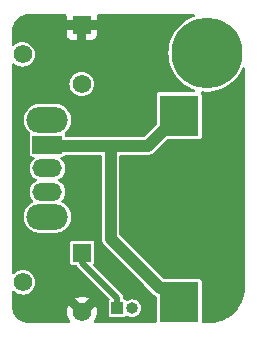
<source format=gbl>
G04 #@! TF.GenerationSoftware,KiCad,Pcbnew,8.0.1*
G04 #@! TF.CreationDate,2024-07-26T02:50:49+08:00*
G04 #@! TF.ProjectId,555Sandbox,35353553-616e-4646-926f-782e6b696361,1.0.0*
G04 #@! TF.SameCoordinates,Original*
G04 #@! TF.FileFunction,Copper,L2,Bot*
G04 #@! TF.FilePolarity,Positive*
%FSLAX46Y46*%
G04 Gerber Fmt 4.6, Leading zero omitted, Abs format (unit mm)*
G04 Created by KiCad (PCBNEW 8.0.1) date 2024-07-26 02:50:49*
%MOMM*%
%LPD*%
G01*
G04 APERTURE LIST*
G04 #@! TA.AperFunction,ComponentPad*
%ADD10O,1.000000X1.000000*%
G04 #@! TD*
G04 #@! TA.AperFunction,ComponentPad*
%ADD11R,1.000000X1.000000*%
G04 #@! TD*
G04 #@! TA.AperFunction,ComponentPad*
%ADD12O,3.500000X2.200000*%
G04 #@! TD*
G04 #@! TA.AperFunction,ComponentPad*
%ADD13R,2.500000X1.500000*%
G04 #@! TD*
G04 #@! TA.AperFunction,ComponentPad*
%ADD14O,2.500000X1.500000*%
G04 #@! TD*
G04 #@! TA.AperFunction,ComponentPad*
%ADD15R,1.560000X1.560000*%
G04 #@! TD*
G04 #@! TA.AperFunction,ComponentPad*
%ADD16C,1.560000*%
G04 #@! TD*
G04 #@! TA.AperFunction,ComponentPad*
%ADD17C,6.000000*%
G04 #@! TD*
G04 #@! TA.AperFunction,SMDPad,CuDef*
%ADD18R,3.300000X3.500000*%
G04 #@! TD*
G04 #@! TA.AperFunction,SMDPad,CuDef*
%ADD19C,10.200000*%
G04 #@! TD*
G04 #@! TA.AperFunction,ViaPad*
%ADD20C,0.600000*%
G04 #@! TD*
G04 #@! TA.AperFunction,Conductor*
%ADD21C,0.500000*%
G04 #@! TD*
G04 #@! TA.AperFunction,Conductor*
%ADD22C,1.000000*%
G04 #@! TD*
G04 APERTURE END LIST*
D10*
X86915000Y-92300000D03*
X85645000Y-92300000D03*
D11*
X84375000Y-92300000D03*
D12*
X78450000Y-76350000D03*
X78450000Y-84550000D03*
D13*
X78450000Y-78450000D03*
D14*
X78450000Y-80450000D03*
X78450000Y-82450000D03*
D15*
X81350000Y-68300000D03*
D16*
X76350000Y-70800000D03*
X81350000Y-73300000D03*
D17*
X91950000Y-70700000D03*
D15*
X81390000Y-87600000D03*
D16*
X76390000Y-90100000D03*
X81390000Y-92600000D03*
D18*
X89595000Y-76000000D03*
X89595000Y-91800000D03*
D19*
X89595000Y-83900000D03*
D20*
X84650000Y-73650000D03*
X94600000Y-90850000D03*
X87100000Y-73550000D03*
X92950000Y-77650000D03*
X86900000Y-76000000D03*
X76450000Y-68400000D03*
X91950000Y-77650000D03*
X83400000Y-88950000D03*
X77650000Y-92350000D03*
X93950000Y-77650000D03*
X92250000Y-93050000D03*
X76650000Y-92350000D03*
X89300000Y-73350000D03*
X89650000Y-78350000D03*
X85550000Y-74550000D03*
X93800000Y-92250000D03*
X83300000Y-72400000D03*
D21*
X81390000Y-87600000D02*
X81390000Y-88440000D01*
X81390000Y-88440000D02*
X84375000Y-91425000D01*
X84375000Y-91425000D02*
X84375000Y-92300000D01*
D22*
X89500000Y-76000000D02*
X86950000Y-78550000D01*
X86950000Y-78550000D02*
X78550000Y-78550000D01*
X78550000Y-78550000D02*
X78450000Y-78450000D01*
X87223235Y-89823235D02*
X83795000Y-86395000D01*
X83795000Y-86395000D02*
X83795000Y-78550000D01*
X87223235Y-89823235D02*
X87950000Y-90550000D01*
X87950000Y-90550000D02*
X89150000Y-90550000D01*
G04 #@! TA.AperFunction,Conductor*
G36*
X80013039Y-67420185D02*
G01*
X80058794Y-67472989D01*
X80070000Y-67524500D01*
X80070000Y-67900000D01*
X81042894Y-67900000D01*
X80949901Y-67992993D01*
X80884075Y-68107007D01*
X80850000Y-68234174D01*
X80850000Y-68365826D01*
X80884075Y-68492993D01*
X80949901Y-68607007D01*
X81042993Y-68700099D01*
X81157007Y-68765925D01*
X81284174Y-68800000D01*
X81415826Y-68800000D01*
X81542993Y-68765925D01*
X81657007Y-68700099D01*
X81657106Y-68700000D01*
X81750000Y-68700000D01*
X81750000Y-69580000D01*
X82177828Y-69580000D01*
X82177844Y-69579999D01*
X82237372Y-69573598D01*
X82237379Y-69573596D01*
X82372086Y-69523354D01*
X82372093Y-69523350D01*
X82487187Y-69437190D01*
X82487190Y-69437187D01*
X82573350Y-69322093D01*
X82573354Y-69322086D01*
X82623596Y-69187379D01*
X82623598Y-69187372D01*
X82629999Y-69127844D01*
X82630000Y-69127827D01*
X82630000Y-68700000D01*
X81750000Y-68700000D01*
X81657106Y-68700000D01*
X81750099Y-68607007D01*
X81815925Y-68492993D01*
X81850000Y-68365826D01*
X81850000Y-68234174D01*
X81815925Y-68107007D01*
X81750099Y-67992993D01*
X81657106Y-67900000D01*
X82630000Y-67900000D01*
X82630000Y-67524500D01*
X82649685Y-67457461D01*
X82702489Y-67411706D01*
X82754000Y-67400500D01*
X90806168Y-67400500D01*
X90873207Y-67420185D01*
X90918962Y-67472989D01*
X90928906Y-67542147D01*
X90899881Y-67605703D01*
X90845762Y-67642008D01*
X90745099Y-67675926D01*
X90745096Y-67675927D01*
X90745088Y-67675930D01*
X90425210Y-67823921D01*
X90425197Y-67823928D01*
X90123184Y-68005644D01*
X89842589Y-68218946D01*
X89842580Y-68218954D01*
X89586685Y-68461350D01*
X89358505Y-68729983D01*
X89358498Y-68729993D01*
X89160695Y-69021730D01*
X88995597Y-69333137D01*
X88995588Y-69333155D01*
X88865127Y-69660589D01*
X88865126Y-69660591D01*
X88770834Y-70000203D01*
X88770833Y-70000206D01*
X88713808Y-70348045D01*
X88694726Y-70699997D01*
X88694726Y-70700002D01*
X88713808Y-71051954D01*
X88770833Y-71399793D01*
X88770834Y-71399796D01*
X88865126Y-71739408D01*
X88865127Y-71739410D01*
X88995588Y-72066844D01*
X88995597Y-72066862D01*
X89160695Y-72378269D01*
X89358498Y-72670006D01*
X89358505Y-72670016D01*
X89586685Y-72938649D01*
X89586686Y-72938650D01*
X89842580Y-73181046D01*
X90123182Y-73394354D01*
X90425202Y-73576074D01*
X90425206Y-73576075D01*
X90425210Y-73576078D01*
X90684986Y-73696263D01*
X90745099Y-73724074D01*
X90845762Y-73757991D01*
X90903006Y-73798051D01*
X90929506Y-73862701D01*
X90916846Y-73931414D01*
X90869047Y-73982375D01*
X90806168Y-73999500D01*
X87920323Y-73999500D01*
X87847264Y-74014032D01*
X87847260Y-74014033D01*
X87764399Y-74069399D01*
X87709033Y-74152260D01*
X87709032Y-74152264D01*
X87694500Y-74225321D01*
X87694500Y-76692770D01*
X87674815Y-76759809D01*
X87658181Y-76780451D01*
X86675451Y-77763181D01*
X86614128Y-77796666D01*
X86587770Y-77799500D01*
X80074500Y-77799500D01*
X80007461Y-77779815D01*
X79961706Y-77727011D01*
X79951766Y-77681320D01*
X79951097Y-77681386D01*
X79950531Y-77675645D01*
X79950500Y-77675500D01*
X79950500Y-77675323D01*
X79950499Y-77675321D01*
X79935967Y-77602264D01*
X79935966Y-77602261D01*
X79935966Y-77602260D01*
X79935964Y-77602258D01*
X79935964Y-77602256D01*
X79916597Y-77573271D01*
X79895719Y-77506594D01*
X79914204Y-77439214D01*
X79946812Y-77404064D01*
X79979792Y-77380104D01*
X80130104Y-77229792D01*
X80130106Y-77229788D01*
X80130109Y-77229786D01*
X80255048Y-77057820D01*
X80255047Y-77057820D01*
X80255051Y-77057816D01*
X80351557Y-76868412D01*
X80417246Y-76666243D01*
X80450500Y-76456287D01*
X80450500Y-76243713D01*
X80417246Y-76033757D01*
X80351557Y-75831588D01*
X80255051Y-75642184D01*
X80255049Y-75642181D01*
X80255048Y-75642179D01*
X80130109Y-75470213D01*
X79979786Y-75319890D01*
X79807820Y-75194951D01*
X79618414Y-75098444D01*
X79618413Y-75098443D01*
X79618412Y-75098443D01*
X79416243Y-75032754D01*
X79416241Y-75032753D01*
X79416240Y-75032753D01*
X79254957Y-75007208D01*
X79206287Y-74999500D01*
X77693713Y-74999500D01*
X77645042Y-75007208D01*
X77483760Y-75032753D01*
X77281585Y-75098444D01*
X77092179Y-75194951D01*
X76920213Y-75319890D01*
X76769890Y-75470213D01*
X76644951Y-75642179D01*
X76548444Y-75831585D01*
X76482753Y-76033760D01*
X76449500Y-76243713D01*
X76449500Y-76456286D01*
X76482753Y-76666239D01*
X76548444Y-76868414D01*
X76644951Y-77057820D01*
X76769890Y-77229786D01*
X76769896Y-77229792D01*
X76920208Y-77380104D01*
X76920209Y-77380105D01*
X76920208Y-77380105D01*
X76941987Y-77395927D01*
X76953183Y-77404062D01*
X76995850Y-77459390D01*
X77001831Y-77529004D01*
X76983404Y-77573270D01*
X76964033Y-77602261D01*
X76964032Y-77602264D01*
X76949500Y-77675321D01*
X76949500Y-79224678D01*
X76964032Y-79297735D01*
X76964033Y-79297739D01*
X76979031Y-79320185D01*
X77019399Y-79380601D01*
X77085100Y-79424500D01*
X77102260Y-79435966D01*
X77102264Y-79435967D01*
X77175321Y-79450499D01*
X77175324Y-79450500D01*
X77175326Y-79450500D01*
X77236608Y-79450500D01*
X77303647Y-79470185D01*
X77349402Y-79522989D01*
X77359346Y-79592147D01*
X77330321Y-79655703D01*
X77315275Y-79670352D01*
X77312212Y-79672865D01*
X77172863Y-79812214D01*
X77172860Y-79812218D01*
X77063371Y-79976079D01*
X77063364Y-79976092D01*
X76987950Y-80158160D01*
X76987947Y-80158170D01*
X76949500Y-80351456D01*
X76949500Y-80351459D01*
X76949500Y-80548541D01*
X76949500Y-80548543D01*
X76949499Y-80548543D01*
X76987947Y-80741829D01*
X76987950Y-80741839D01*
X77063364Y-80923907D01*
X77063371Y-80923920D01*
X77172860Y-81087781D01*
X77172863Y-81087785D01*
X77312214Y-81227136D01*
X77312218Y-81227139D01*
X77476079Y-81336628D01*
X77481456Y-81339502D01*
X77480490Y-81341308D01*
X77527612Y-81379285D01*
X77549673Y-81445580D01*
X77532391Y-81513279D01*
X77481251Y-81560887D01*
X77477660Y-81562526D01*
X77476079Y-81563371D01*
X77312218Y-81672860D01*
X77312214Y-81672863D01*
X77172863Y-81812214D01*
X77172860Y-81812218D01*
X77063371Y-81976079D01*
X77063364Y-81976092D01*
X76987950Y-82158160D01*
X76987947Y-82158170D01*
X76949500Y-82351456D01*
X76949500Y-82351459D01*
X76949500Y-82548541D01*
X76949500Y-82548543D01*
X76949499Y-82548543D01*
X76987947Y-82741829D01*
X76987950Y-82741839D01*
X77063364Y-82923907D01*
X77063371Y-82923920D01*
X77172860Y-83087781D01*
X77172863Y-83087785D01*
X77228431Y-83143353D01*
X77261916Y-83204676D01*
X77256932Y-83274368D01*
X77215060Y-83330301D01*
X77197045Y-83341518D01*
X77092185Y-83394947D01*
X77092184Y-83394948D01*
X76920213Y-83519890D01*
X76769890Y-83670213D01*
X76644951Y-83842179D01*
X76548444Y-84031585D01*
X76482753Y-84233760D01*
X76449500Y-84443713D01*
X76449500Y-84656286D01*
X76482753Y-84866239D01*
X76548444Y-85068414D01*
X76644951Y-85257820D01*
X76769890Y-85429786D01*
X76920213Y-85580109D01*
X77092179Y-85705048D01*
X77092181Y-85705049D01*
X77092184Y-85705051D01*
X77281588Y-85801557D01*
X77483757Y-85867246D01*
X77693713Y-85900500D01*
X77693714Y-85900500D01*
X79206286Y-85900500D01*
X79206287Y-85900500D01*
X79416243Y-85867246D01*
X79618412Y-85801557D01*
X79807816Y-85705051D01*
X79829789Y-85689086D01*
X79979786Y-85580109D01*
X79979788Y-85580106D01*
X79979792Y-85580104D01*
X80130104Y-85429792D01*
X80130106Y-85429788D01*
X80130109Y-85429786D01*
X80255048Y-85257820D01*
X80255047Y-85257820D01*
X80255051Y-85257816D01*
X80351557Y-85068412D01*
X80417246Y-84866243D01*
X80450500Y-84656287D01*
X80450500Y-84443713D01*
X80417246Y-84233757D01*
X80351557Y-84031588D01*
X80255051Y-83842184D01*
X80255049Y-83842181D01*
X80255048Y-83842179D01*
X80130109Y-83670213D01*
X79979786Y-83519890D01*
X79807819Y-83394951D01*
X79807818Y-83394950D01*
X79807816Y-83394949D01*
X79702954Y-83341519D01*
X79652158Y-83293544D01*
X79635363Y-83225723D01*
X79657901Y-83159588D01*
X79671562Y-83143358D01*
X79727139Y-83087782D01*
X79836632Y-82923914D01*
X79912051Y-82741835D01*
X79950500Y-82548541D01*
X79950500Y-82351459D01*
X79950500Y-82351456D01*
X79912052Y-82158170D01*
X79912051Y-82158169D01*
X79912051Y-82158165D01*
X79912049Y-82158160D01*
X79836635Y-81976092D01*
X79836628Y-81976079D01*
X79727139Y-81812218D01*
X79727136Y-81812214D01*
X79587785Y-81672863D01*
X79587781Y-81672860D01*
X79423920Y-81563371D01*
X79418544Y-81560498D01*
X79419510Y-81558689D01*
X79372397Y-81520728D01*
X79350326Y-81454436D01*
X79367600Y-81386735D01*
X79418734Y-81339121D01*
X79422331Y-81337477D01*
X79423907Y-81336634D01*
X79423914Y-81336632D01*
X79587782Y-81227139D01*
X79727139Y-81087782D01*
X79836632Y-80923914D01*
X79912051Y-80741835D01*
X79950500Y-80548541D01*
X79950500Y-80351459D01*
X79950500Y-80351456D01*
X79912052Y-80158170D01*
X79912051Y-80158169D01*
X79912051Y-80158165D01*
X79912049Y-80158160D01*
X79836635Y-79976092D01*
X79836628Y-79976079D01*
X79727139Y-79812218D01*
X79727136Y-79812214D01*
X79587787Y-79672865D01*
X79584725Y-79670352D01*
X79583552Y-79668630D01*
X79583475Y-79668553D01*
X79583489Y-79668538D01*
X79545392Y-79612605D01*
X79543523Y-79542761D01*
X79579711Y-79482993D01*
X79642468Y-79452278D01*
X79663392Y-79450500D01*
X79724676Y-79450500D01*
X79724677Y-79450499D01*
X79797740Y-79435966D01*
X79880601Y-79380601D01*
X79897300Y-79355609D01*
X79950912Y-79310804D01*
X80000402Y-79300500D01*
X82920500Y-79300500D01*
X82987539Y-79320185D01*
X83033294Y-79372989D01*
X83044500Y-79424500D01*
X83044500Y-86468918D01*
X83044500Y-86468920D01*
X83044499Y-86468920D01*
X83073340Y-86613907D01*
X83073343Y-86613917D01*
X83129914Y-86750492D01*
X83159870Y-86795324D01*
X83159871Y-86795327D01*
X83212046Y-86873414D01*
X83212052Y-86873421D01*
X86635942Y-90297309D01*
X86635963Y-90297332D01*
X87471584Y-91132952D01*
X87471589Y-91132956D01*
X87531332Y-91172874D01*
X87531333Y-91172874D01*
X87594505Y-91215084D01*
X87594506Y-91215084D01*
X87594507Y-91215085D01*
X87617950Y-91224795D01*
X87672355Y-91268635D01*
X87694421Y-91334929D01*
X87694500Y-91339357D01*
X87694500Y-93425500D01*
X87674815Y-93492539D01*
X87622011Y-93538294D01*
X87570500Y-93549500D01*
X82525946Y-93549500D01*
X82458907Y-93529815D01*
X82413152Y-93477011D01*
X82403208Y-93407853D01*
X82424371Y-93354376D01*
X82502746Y-93242444D01*
X82597399Y-93039459D01*
X82597403Y-93039450D01*
X82655367Y-92823124D01*
X82655369Y-92823113D01*
X82674889Y-92600002D01*
X82674889Y-92599997D01*
X82655369Y-92376886D01*
X82655367Y-92376875D01*
X82597403Y-92160549D01*
X82597400Y-92160540D01*
X82533079Y-92022604D01*
X81890000Y-92665683D01*
X81890000Y-92534174D01*
X81855925Y-92407007D01*
X81790099Y-92292993D01*
X81697007Y-92199901D01*
X81582993Y-92134075D01*
X81455826Y-92100000D01*
X81324174Y-92100000D01*
X81197007Y-92134075D01*
X81082993Y-92199901D01*
X80989901Y-92292993D01*
X80924075Y-92407007D01*
X80890000Y-92534174D01*
X80890000Y-92665685D01*
X80246920Y-92022605D01*
X80182600Y-92160540D01*
X80182596Y-92160549D01*
X80124632Y-92376875D01*
X80124630Y-92376886D01*
X80105111Y-92599997D01*
X80105111Y-92600002D01*
X80124630Y-92823113D01*
X80124632Y-92823124D01*
X80182596Y-93039450D01*
X80182600Y-93039459D01*
X80277253Y-93242444D01*
X80355629Y-93354376D01*
X80377956Y-93420582D01*
X80360946Y-93488350D01*
X80309998Y-93536163D01*
X80254054Y-93549500D01*
X76904875Y-93549500D01*
X76895146Y-93549118D01*
X76682975Y-93532419D01*
X76663757Y-93529375D01*
X76461569Y-93480834D01*
X76443063Y-93474821D01*
X76250955Y-93395247D01*
X76233618Y-93386413D01*
X76056327Y-93277769D01*
X76040585Y-93266332D01*
X75882469Y-93131288D01*
X75868711Y-93117530D01*
X75733667Y-92959414D01*
X75722230Y-92943672D01*
X75613586Y-92766381D01*
X75604752Y-92749044D01*
X75570282Y-92665826D01*
X75525176Y-92556930D01*
X75519167Y-92538437D01*
X75470623Y-92336237D01*
X75467580Y-92317024D01*
X75466240Y-92300002D01*
X75450882Y-92104853D01*
X75450500Y-92095124D01*
X75450500Y-91456920D01*
X80812605Y-91456920D01*
X81390000Y-92034315D01*
X81390001Y-92034315D01*
X81967395Y-91456918D01*
X81829452Y-91392597D01*
X81613124Y-91334632D01*
X81613113Y-91334630D01*
X81390002Y-91315111D01*
X81389998Y-91315111D01*
X81166886Y-91334630D01*
X81166875Y-91334632D01*
X80950549Y-91392596D01*
X80950540Y-91392600D01*
X80812605Y-91456920D01*
X75450500Y-91456920D01*
X75450500Y-90924247D01*
X75470185Y-90857208D01*
X75522989Y-90811453D01*
X75592147Y-90801509D01*
X75653165Y-90828394D01*
X75814713Y-90960974D01*
X75814720Y-90960978D01*
X75993732Y-91056662D01*
X75993734Y-91056662D01*
X75993737Y-91056664D01*
X76187987Y-91115589D01*
X76187986Y-91115589D01*
X76206099Y-91117372D01*
X76390000Y-91135486D01*
X76592013Y-91115589D01*
X76786263Y-91056664D01*
X76965285Y-90960975D01*
X77122199Y-90832199D01*
X77250975Y-90675285D01*
X77346664Y-90496263D01*
X77405589Y-90302013D01*
X77425486Y-90100000D01*
X77405589Y-89897987D01*
X77346664Y-89703737D01*
X77346662Y-89703734D01*
X77346662Y-89703732D01*
X77250978Y-89524720D01*
X77250974Y-89524713D01*
X77122199Y-89367800D01*
X76965286Y-89239025D01*
X76965279Y-89239021D01*
X76786267Y-89143337D01*
X76689138Y-89113873D01*
X76592013Y-89084411D01*
X76592011Y-89084410D01*
X76592013Y-89084410D01*
X76390000Y-89064514D01*
X76187988Y-89084410D01*
X75993732Y-89143337D01*
X75814720Y-89239021D01*
X75814713Y-89239026D01*
X75653165Y-89371605D01*
X75588855Y-89398918D01*
X75519987Y-89387127D01*
X75468427Y-89339975D01*
X75450500Y-89275752D01*
X75450500Y-88404678D01*
X80359500Y-88404678D01*
X80374032Y-88477735D01*
X80374033Y-88477739D01*
X80374034Y-88477740D01*
X80429399Y-88560601D01*
X80508638Y-88613546D01*
X80512260Y-88615966D01*
X80512264Y-88615967D01*
X80585321Y-88630499D01*
X80585324Y-88630500D01*
X80585326Y-88630500D01*
X80850466Y-88630500D01*
X80917505Y-88650185D01*
X80957853Y-88692500D01*
X80989500Y-88747314D01*
X80989502Y-88747316D01*
X83690311Y-91448125D01*
X83723796Y-91509448D01*
X83718812Y-91579140D01*
X83699981Y-91608439D01*
X83701185Y-91609244D01*
X83694400Y-91619398D01*
X83694399Y-91619399D01*
X83683931Y-91635066D01*
X83639033Y-91702260D01*
X83639032Y-91702264D01*
X83624500Y-91775321D01*
X83624500Y-92824678D01*
X83639032Y-92897735D01*
X83639033Y-92897739D01*
X83653992Y-92920127D01*
X83694399Y-92980601D01*
X83777260Y-93035966D01*
X83777264Y-93035967D01*
X83850321Y-93050499D01*
X83850324Y-93050500D01*
X83850326Y-93050500D01*
X84899676Y-93050500D01*
X84899677Y-93050499D01*
X84972740Y-93035966D01*
X85055601Y-92980601D01*
X85066070Y-92964932D01*
X85119677Y-92920127D01*
X85189001Y-92911417D01*
X85235145Y-92928828D01*
X85317307Y-92980454D01*
X85317305Y-92980454D01*
X85317309Y-92980455D01*
X85317310Y-92980456D01*
X85373447Y-93000099D01*
X85476943Y-93036314D01*
X85644997Y-93055249D01*
X85645000Y-93055249D01*
X85645003Y-93055249D01*
X85813056Y-93036314D01*
X85814051Y-93035966D01*
X85972690Y-92980456D01*
X85972692Y-92980454D01*
X85972694Y-92980454D01*
X85972697Y-92980452D01*
X86115884Y-92890481D01*
X86115885Y-92890480D01*
X86115890Y-92890477D01*
X86235477Y-92770890D01*
X86238310Y-92766381D01*
X86325452Y-92627697D01*
X86325454Y-92627694D01*
X86325454Y-92627692D01*
X86325456Y-92627690D01*
X86381313Y-92468059D01*
X86381313Y-92468058D01*
X86381314Y-92468056D01*
X86400249Y-92300002D01*
X86400249Y-92299997D01*
X86381314Y-92131943D01*
X86343055Y-92022605D01*
X86325456Y-91972310D01*
X86325455Y-91972309D01*
X86325454Y-91972305D01*
X86325452Y-91972302D01*
X86235481Y-91829115D01*
X86235476Y-91829109D01*
X86115890Y-91709523D01*
X86115884Y-91709518D01*
X85972697Y-91619547D01*
X85972694Y-91619545D01*
X85813056Y-91563685D01*
X85645003Y-91544751D01*
X85644997Y-91544751D01*
X85476943Y-91563685D01*
X85317307Y-91619545D01*
X85235144Y-91671172D01*
X85167907Y-91690172D01*
X85101072Y-91669804D01*
X85066071Y-91635069D01*
X85055601Y-91619399D01*
X84972740Y-91564034D01*
X84972739Y-91564033D01*
X84961456Y-91559360D01*
X84962157Y-91557665D01*
X84913396Y-91532157D01*
X84878823Y-91471441D01*
X84875500Y-91442927D01*
X84875500Y-91359110D01*
X84875500Y-91359108D01*
X84841392Y-91231814D01*
X84775500Y-91117686D01*
X84682314Y-91024500D01*
X82369612Y-88711798D01*
X82336127Y-88650475D01*
X82341111Y-88580783D01*
X82354186Y-88555234D01*
X82405966Y-88477740D01*
X82420500Y-88404674D01*
X82420500Y-86795326D01*
X82420500Y-86795324D01*
X82420500Y-86795323D01*
X82420499Y-86795321D01*
X82405967Y-86722264D01*
X82405966Y-86722260D01*
X82350601Y-86639399D01*
X82267740Y-86584034D01*
X82267739Y-86584033D01*
X82267735Y-86584032D01*
X82194677Y-86569500D01*
X82194674Y-86569500D01*
X80585326Y-86569500D01*
X80585323Y-86569500D01*
X80512264Y-86584032D01*
X80512260Y-86584033D01*
X80429399Y-86639399D01*
X80374033Y-86722260D01*
X80374032Y-86722264D01*
X80359500Y-86795321D01*
X80359500Y-88404678D01*
X75450500Y-88404678D01*
X75450500Y-73300000D01*
X80314514Y-73300000D01*
X80334410Y-73502011D01*
X80393337Y-73696267D01*
X80489021Y-73875279D01*
X80489025Y-73875286D01*
X80617800Y-74032199D01*
X80774713Y-74160974D01*
X80774720Y-74160978D01*
X80953732Y-74256662D01*
X80953734Y-74256662D01*
X80953737Y-74256664D01*
X81147987Y-74315589D01*
X81147986Y-74315589D01*
X81166099Y-74317372D01*
X81350000Y-74335486D01*
X81552013Y-74315589D01*
X81746263Y-74256664D01*
X81925285Y-74160975D01*
X82082199Y-74032199D01*
X82210975Y-73875285D01*
X82291801Y-73724070D01*
X82306662Y-73696267D01*
X82306662Y-73696266D01*
X82306664Y-73696263D01*
X82365589Y-73502013D01*
X82385486Y-73300000D01*
X82365589Y-73097987D01*
X82306664Y-72903737D01*
X82306662Y-72903734D01*
X82306662Y-72903732D01*
X82210978Y-72724720D01*
X82210974Y-72724713D01*
X82082199Y-72567800D01*
X81925286Y-72439025D01*
X81925279Y-72439021D01*
X81746267Y-72343337D01*
X81649138Y-72313873D01*
X81552013Y-72284411D01*
X81552011Y-72284410D01*
X81552013Y-72284410D01*
X81350000Y-72264514D01*
X81147988Y-72284410D01*
X80953732Y-72343337D01*
X80774720Y-72439021D01*
X80774713Y-72439025D01*
X80617800Y-72567800D01*
X80489025Y-72724713D01*
X80489021Y-72724720D01*
X80393337Y-72903732D01*
X80334410Y-73097988D01*
X80314514Y-73300000D01*
X75450500Y-73300000D01*
X75450500Y-71657075D01*
X75470185Y-71590036D01*
X75522989Y-71544281D01*
X75592147Y-71534337D01*
X75653165Y-71561222D01*
X75774713Y-71660974D01*
X75774720Y-71660978D01*
X75953732Y-71756662D01*
X75953734Y-71756662D01*
X75953737Y-71756664D01*
X76147987Y-71815589D01*
X76147986Y-71815589D01*
X76166099Y-71817372D01*
X76350000Y-71835486D01*
X76552013Y-71815589D01*
X76746263Y-71756664D01*
X76925285Y-71660975D01*
X77082199Y-71532199D01*
X77210975Y-71375285D01*
X77306664Y-71196263D01*
X77365589Y-71002013D01*
X77385486Y-70800000D01*
X77365589Y-70597987D01*
X77306664Y-70403737D01*
X77306662Y-70403734D01*
X77306662Y-70403732D01*
X77210978Y-70224720D01*
X77210974Y-70224713D01*
X77082199Y-70067800D01*
X76925286Y-69939025D01*
X76925279Y-69939021D01*
X76746267Y-69843337D01*
X76649138Y-69813873D01*
X76552013Y-69784411D01*
X76552011Y-69784410D01*
X76552013Y-69784410D01*
X76350000Y-69764514D01*
X76147988Y-69784410D01*
X75953732Y-69843337D01*
X75774720Y-69939021D01*
X75774714Y-69939025D01*
X75653164Y-70038778D01*
X75588854Y-70066090D01*
X75519987Y-70054299D01*
X75468427Y-70007146D01*
X75450500Y-69942924D01*
X75450500Y-68854875D01*
X75450882Y-68845146D01*
X75459945Y-68729992D01*
X75462305Y-68700000D01*
X80070000Y-68700000D01*
X80070000Y-69127844D01*
X80076401Y-69187372D01*
X80076403Y-69187379D01*
X80126645Y-69322086D01*
X80126649Y-69322093D01*
X80212809Y-69437187D01*
X80212812Y-69437190D01*
X80327906Y-69523350D01*
X80327913Y-69523354D01*
X80462620Y-69573596D01*
X80462627Y-69573598D01*
X80522155Y-69579999D01*
X80522172Y-69580000D01*
X80950000Y-69580000D01*
X80950000Y-68700000D01*
X80070000Y-68700000D01*
X75462305Y-68700000D01*
X75467580Y-68632969D01*
X75470622Y-68613764D01*
X75519168Y-68411558D01*
X75525174Y-68393073D01*
X75604753Y-68200951D01*
X75613586Y-68183618D01*
X75652795Y-68119636D01*
X75722231Y-68006324D01*
X75733667Y-67990585D01*
X75748381Y-67973357D01*
X75868715Y-67832464D01*
X75882464Y-67818715D01*
X76040587Y-67683665D01*
X76056327Y-67672230D01*
X76233621Y-67563584D01*
X76250951Y-67554753D01*
X76443073Y-67475174D01*
X76461558Y-67469168D01*
X76663764Y-67420622D01*
X76682969Y-67417580D01*
X76895146Y-67400881D01*
X76904875Y-67400500D01*
X76965892Y-67400500D01*
X79946000Y-67400500D01*
X80013039Y-67420185D01*
G37*
G04 #@! TD.AperFunction*
G04 #@! TA.AperFunction,Conductor*
G36*
X95123614Y-71899369D02*
G01*
X95171913Y-71949856D01*
X95185791Y-72006821D01*
X95191325Y-90483207D01*
X95191344Y-90545852D01*
X95191176Y-90552344D01*
X95175339Y-90856207D01*
X95173986Y-90869118D01*
X95126975Y-91166455D01*
X95124279Y-91179154D01*
X95046440Y-91469945D01*
X95042431Y-91482292D01*
X94934621Y-91763343D01*
X94929344Y-91775203D01*
X94792736Y-92043453D01*
X94786247Y-92054697D01*
X94622350Y-92307184D01*
X94614722Y-92317688D01*
X94425319Y-92551665D01*
X94416634Y-92561314D01*
X94203804Y-92774209D01*
X94194158Y-92782896D01*
X93960251Y-92972364D01*
X93949750Y-92979996D01*
X93697303Y-93143980D01*
X93686061Y-93150472D01*
X93417858Y-93287161D01*
X93405999Y-93292442D01*
X93124983Y-93400340D01*
X93112637Y-93404353D01*
X92821870Y-93482282D01*
X92809172Y-93484982D01*
X92511849Y-93532086D01*
X92498939Y-93533443D01*
X92195939Y-93549330D01*
X92189446Y-93549500D01*
X91619500Y-93549500D01*
X91552461Y-93529815D01*
X91506706Y-93477011D01*
X91495500Y-93425500D01*
X91495500Y-90025323D01*
X91495499Y-90025321D01*
X91480967Y-89952264D01*
X91480966Y-89952260D01*
X91444703Y-89897988D01*
X91425601Y-89869399D01*
X91342740Y-89814034D01*
X91342739Y-89814033D01*
X91342735Y-89814032D01*
X91269677Y-89799500D01*
X91269674Y-89799500D01*
X89223918Y-89799500D01*
X88312230Y-89799500D01*
X88245191Y-89779815D01*
X88224549Y-89763181D01*
X87697332Y-89235963D01*
X87697309Y-89235942D01*
X84581819Y-86120451D01*
X84548334Y-86059128D01*
X84545500Y-86032770D01*
X84545500Y-79424500D01*
X84565185Y-79357461D01*
X84617989Y-79311706D01*
X84669500Y-79300500D01*
X87023920Y-79300500D01*
X87121462Y-79281096D01*
X87168913Y-79271658D01*
X87305495Y-79215084D01*
X87354729Y-79182186D01*
X87428416Y-79132952D01*
X88524549Y-78036819D01*
X88585872Y-78003334D01*
X88612230Y-78000500D01*
X91269676Y-78000500D01*
X91269677Y-78000499D01*
X91342740Y-77985966D01*
X91425601Y-77930601D01*
X91480966Y-77847740D01*
X91495500Y-77774674D01*
X91495500Y-74225326D01*
X91495500Y-74225323D01*
X91495499Y-74225321D01*
X91480967Y-74152264D01*
X91480966Y-74152262D01*
X91480966Y-74152260D01*
X91460236Y-74121235D01*
X91439359Y-74054559D01*
X91457844Y-73987179D01*
X91509822Y-73940489D01*
X91576745Y-73929073D01*
X91773763Y-73950500D01*
X91773769Y-73950500D01*
X92126231Y-73950500D01*
X92126237Y-73950500D01*
X92476645Y-73912391D01*
X92820878Y-73836619D01*
X93154901Y-73724074D01*
X93154908Y-73724070D01*
X93154911Y-73724070D01*
X93474789Y-73576078D01*
X93474798Y-73576074D01*
X93776818Y-73394354D01*
X94057420Y-73181046D01*
X94313314Y-72938650D01*
X94541501Y-72670008D01*
X94739305Y-72378269D01*
X94904407Y-72066854D01*
X94946599Y-71960958D01*
X94989697Y-71905969D01*
X95055686Y-71883008D01*
X95123614Y-71899369D01*
G37*
G04 #@! TD.AperFunction*
G04 #@! TA.AperFunction,Conductor*
G36*
X81416357Y-93111488D02*
G01*
X81346665Y-93106504D01*
X81336545Y-93100000D01*
X81437396Y-93100000D01*
X81416357Y-93111488D01*
G37*
G04 #@! TD.AperFunction*
M02*

</source>
